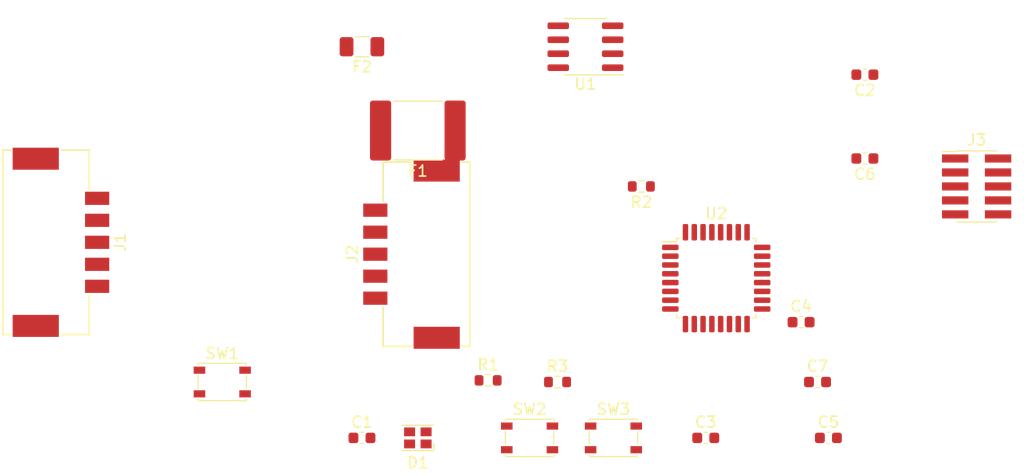
<source format=kicad_pcb>
(kicad_pcb (version 20211014) (generator pcbnew)
  (layers (0 "F.Cu" signal) (31 "B.Cu" signal) (34 "B.Paste" user) (35 "F.Paste" user) (36 "B.SilkS" user "B.Silkscreen") (37 "F.SilkS" user "F.Silkscreen") (38 "B.Mask" user) (39 "F.Mask" user) (44 "Edge.Cuts" user))
  (net 0 "")
  (net 1 "GND")
  (net 2 "+3V3")
  (net 3 "/RST")
  (net 4 "Net-(D1-Pad4)")
  (net 5 "Net-(D1-Pad3)")
  (net 6 "Net-(D1-Pad2)")
  (net 7 "Net-(F1-Pad2)")
  (net 8 "+12V")
  (net 9 "Net-(F2-Pad2)")
  (net 10 "/CAN/CANH")
  (net 11 "/CAN/CANL")
  (net 12 "Net-(J3-Pad6)")
  (net 13 "/LED_B")
  (net 14 "/LED_G")
  (net 15 "/LED_R")
  (net 16 "/DBG2")
  (net 17 "/DBG1")
  (net 18 "/CAN_TX")
  (net 19 "/CAN_RX")
  (net 20 "/NOGGIN/PA8")
  (net 21 "/NOGGIN/PB15")
  (net 22 "/NOGGIN/PB1")
  (net 23 "/NOGGIN/PB0")
  (net 24 "/NOGGIN/PA7")
  (net 25 "/NOGGIN/PA6")
  (net 26 "/NOGGIN/PA3")
  (net 27 "/NOGGIN/PA2")
  (net 28 "/NOGGIN/PA1")
  (net 29 "/NOGGIN/PA0")
  (net 30 "/NOGGIN/PA9(TX)")
  (net 31 "/NOGGIN/PA10(RX)")
  (net 32 "/NOGGIN/PA14-BOOT0(SWCLK)")
  (net 33 "/NOGGIN/PA13(SWDIO)")
  (net 34 "Net-(U1-Pad8)")
  (net 35 "Net-(U1-Pad5)")
  (net 36 "/NOGGIN/PB6")
  (net 37 "/NOGGIN/PD3")
  (net 38 "/NOGGIN/PD2")
  (net 39 "/NOGGIN/PA12")
  (net 40 "/NOGGIN/PA11")
  (net 41 "/NOGGIN/PA5")
  (net 42 "/NOGGIN/PA4")
  (footprint "Capacitor_SMD:C_0603_1608Metric" (layer "F.Cu") (at 134.62 109.22)
    (fp_text reference "C1" (at 0 -1.43) (layer "F.SilkS"))
    (fp_text value "100n")
    (fp_line (start -0.14058 -0.51) (end 0.14058 -0.51) (layer "F.SilkS") (width 0.12))
    (fp_line (start -0.14058 0.51) (end 0.14058 0.51) (layer "F.SilkS") (width 0.12))
    (pad "1" smd roundrect locked (at -0.775 0) (size 0.9 0.95) (layers "F.Cu" "F.Paste" "F.Mask") (net 2 "+3V3"))
    (pad "2" smd roundrect locked (at 0.775 0) (size 0.9 0.95) (layers "F.Cu" "F.Paste" "F.Mask") (net 1 "GND"))
  )
  (footprint "LED_SMD:LED_Cree-PLCC4_2x2mm_CW" (layer "F.Cu") (at 139.7 109.22 180)
    (fp_text reference "D1" (at 0 -2.25) (layer "F.SilkS"))
    (fp_text value "LED_ARGB")
    (fp_line (start -1.45 1.15) (end 1.45 1.15) (layer "F.SilkS") (width 0.12))
    (fp_line (start -1.45 -0.55) (end -1.45 -1.15) (layer "F.SilkS") (width 0.12))
    (fp_line (start -1.45 -1.15) (end 1.45 -1.15) (layer "F.SilkS") (width 0.12))
    (pad "1" smd rect locked (at -0.75 -0.55 180) (size 1 0.8) (layers "F.Cu" "F.Paste" "F.Mask") (net 2 "+3V3"))
    (pad "2" smd rect locked (at 0.75 -0.55 180) (size 1 0.8) (layers "F.Cu" "F.Paste" "F.Mask") (net 6 "Net-(D1-Pad2)"))
    (pad "3" smd rect locked (at 0.75 0.55 180) (size 1 0.8) (layers "F.Cu" "F.Paste" "F.Mask") (net 5 "Net-(D1-Pad3)"))
    (pad "4" smd rect locked (at -0.75 0.55 180) (size 1 0.8) (layers "F.Cu" "F.Paste" "F.Mask") (net 4 "Net-(D1-Pad4)"))
  )
  (footprint "Fuse:Fuse_2920_7451Metric" (layer "F.Cu") (at 139.7 81.28 180)
    (fp_text reference "F1" (at 0 -3.68) (layer "F.SilkS"))
    (fp_text value "5A")
    (fp_line (start -2.203752 2.67) (end 2.203752 2.67) (layer "F.SilkS") (width 0.12))
    (fp_line (start -2.203752 -2.67) (end 2.203752 -2.67) (layer "F.SilkS") (width 0.12))
    (pad "1" smd roundrect locked (at -3.3875 0 180) (size 1.925 5.45) (layers "F.Cu" "F.Paste" "F.Mask") (roundrect_rratio 0.12987) (net 8 "+12V"))
    (pad "2" smd roundrect locked (at 3.3875 0 180) (size 1.925 5.45) (layers "F.Cu" "F.Paste" "F.Mask") (roundrect_rratio 0.12987) (net 7 "Net-(F1-Pad2)"))
  )
  (footprint "Fuse:Fuse_1206_3216Metric" (layer "F.Cu") (at 134.62 73.66 180)
    (fp_text reference "F2" (at 0 -1.82) (layer "F.SilkS"))
    (fp_text value "1A")
    (fp_line (start -0.602064 0.91) (end 0.602064 0.91) (layer "F.SilkS") (width 0.12))
    (fp_line (start -0.602064 -0.91) (end 0.602064 -0.91) (layer "F.SilkS") (width 0.12))
    (pad "1" smd roundrect locked (at -1.4 0 180) (size 1.25 1.75) (layers "F.Cu" "F.Paste" "F.Mask") (roundrect_rratio 0.2) (net 2 "+3V3"))
    (pad "2" smd roundrect locked (at 1.4 0 180) (size 1.25 1.75) (layers "F.Cu" "F.Paste" "F.Mask") (roundrect_rratio 0.2) (net 9 "Net-(F2-Pad2)"))
  )
  (footprint "extraparts:Molex_DuraClik_Vert_5pin" (layer "F.Cu") (at 101.965 91.44 -90)
    (fp_text reference "J1" (at 0 -10.668 90) (layer "F.SilkS"))
    (fp_text value "CAN")
    (fp_line (start 4.826 -7.874) (end 8.382 -7.874) (layer "F.SilkS") (width 0.15))
    (fp_line (start 8.382 -7.874) (end 8.382 -5.334) (layer "F.SilkS") (width 0.15))
    (fp_line (start 8.382 0) (end 8.382 -0.762) (layer "F.SilkS") (width 0.15))
    (fp_line (start -8.382 -7.874) (end -8.382 -5.334) (layer "F.SilkS") (width 0.15))
    (fp_line (start -4.826 -7.874) (end -8.382 -7.874) (layer "F.SilkS") (width 0.15))
    (fp_line (start -8.382 0) (end 8.382 0) (layer "F.SilkS") (width 0.15))
    (fp_line (start -8.382 -0.762) (end -8.382 0) (layer "F.SilkS") (width 0.15))
    (pad "1" smd rect locked (at 4 -8.58 270) (size 1.2 2.2) (layers "F.Cu" "F.Paste" "F.Mask") (net 7 "Net-(F1-Pad2)"))
    (pad "2" smd rect locked (at 2 -8.58 270) (size 1.2 2.2) (layers "F.Cu" "F.Paste" "F.Mask") (net 9 "Net-(F2-Pad2)"))
    (pad "3" smd rect locked (at 0 -8.58 270) (size 1.2 2.2) (layers "F.Cu" "F.Paste" "F.Mask") (net 1 "GND"))
    (pad "4" smd rect locked (at -2 -8.58 270) (size 1.2 2.2) (layers "F.Cu" "F.Paste" "F.Mask") (net 10 "/CAN/CANH"))
    (pad "5" smd rect locked (at -4 -8.58 270) (size 1.2 2.2) (layers "F.Cu" "F.Paste" "F.Mask") (net 11 "/CAN/CANL"))
    (pad "MP" smd rect locked (at 7.6 -3 270) (size 2 4.2) (layers "F.Cu" "F.Paste" "F.Mask"))
    (pad "MP" smd rect locked (at -7.6 -3 270) (size 2 4.2) (layers "F.Cu" "F.Paste" "F.Mask"))
  )
  (footprint "extraparts:Molex_DuraClik_Vert_5pin" (layer "F.Cu") (at 144.415 92.519999 90)
    (fp_text reference "J2" (at 0 -10.668 90) (layer "F.SilkS"))
    (fp_text value "CAN")
    (fp_line (start 4.826 -7.874) (end 8.382 -7.874) (layer "F.SilkS") (width 0.15))
    (fp_line (start -8.382 -0.762) (end -8.382 0) (layer "F.SilkS") (width 0.15))
    (fp_line (start -8.382 0) (end 8.382 0) (layer "F.SilkS") (width 0.15))
    (fp_line (start -8.382 -7.874) (end -8.382 -5.334) (layer "F.SilkS") (width 0.15))
    (fp_line (start -4.826 -7.874) (end -8.382 -7.874) (layer "F.SilkS") (width 0.15))
    (fp_line (start 8.382 0) (end 8.382 -0.762) (layer "F.SilkS") (width 0.15))
    (fp_line (start 8.382 -7.874) (end 8.382 -5.334) (layer "F.SilkS") (width 0.15))
    (pad "1" smd rect locked (at 4 -8.58 90) (size 1.2 2.2) (layers "F.Cu" "F.Paste" "F.Mask") (net 7 "Net-(F1-Pad2)"))
    (pad "2" smd rect locked (at 2 -8.58 90) (size 1.2 2.2) (layers "F.Cu" "F.Paste" "F.Mask") (net 9 "Net-(F2-Pad2)"))
    (pad "3" smd rect locked (at 0 -8.58 90) (size 1.2 2.2) (layers "F.Cu" "F.Paste" "F.Mask") (net 1 "GND"))
    (pad "4" smd rect locked (at -2 -8.58 90) (size 1.2 2.2) (layers "F.Cu" "F.Paste" "F.Mask") (net 10 "/CAN/CANH"))
    (pad "5" smd rect locked (at -4 -8.58 90) (size 1.2 2.2) (layers "F.Cu" "F.Paste" "F.Mask") (net 11 "/CAN/CANL"))
    (pad "MP" smd rect locked (at 7.6 -3 90) (size 2 4.2) (layers "F.Cu" "F.Paste" "F.Mask"))
    (pad "MP" smd rect locked (at -7.6 -3 90) (size 2 4.2) (layers "F.Cu" "F.Paste" "F.Mask"))
  )
  (footprint "Resistor_SMD:R_0603_1608Metric" (layer "F.Cu") (at 146.09 103.99)
    (fp_text reference "R1" (at 0 -1.43) (layer "F.SilkS"))
    (fp_text value "47")
    (fp_line (start -0.237258 0.5225) (end 0.237258 0.5225) (layer "F.SilkS") (width 0.12))
    (fp_line (start -0.237258 -0.5225) (end 0.237258 -0.5225) (layer "F.SilkS") (width 0.12))
    (pad "1" smd roundrect locked (at -0.825 0) (size 0.8 0.95) (layers "F.Cu" "F.Paste" "F.Mask") (net 13 "/LED_B"))
    (pad "2" smd roundrect locked (at 0.825 0) (size 0.8 0.95) (layers "F.Cu" "F.Paste" "F.Mask") (net 4 "Net-(D1-Pad4)"))
  )
  (footprint "Resistor_SMD:R_0603_1608Metric" (layer "F.Cu") (at 160.02 86.36 180)
    (fp_text reference "R2" (at 0 -1.43) (layer "F.SilkS"))
    (fp_text value "47")
    (fp_line (start -0.237258 -0.5225) (end 0.237258 -0.5225) (layer "F.SilkS") (width 0.12))
    (fp_line (start -0.237258 0.5225) (end 0.237258 0.5225) (layer "F.SilkS") (width 0.12))
    (pad "1" smd roundrect locked (at -0.825 0 180) (size 0.8 0.95) (layers "F.Cu" "F.Paste" "F.Mask") (net 14 "/LED_G"))
    (pad "2" smd roundrect locked (at 0.825 0 180) (size 0.8 0.95) (layers "F.Cu" "F.Paste" "F.Mask") (net 5 "Net-(D1-Pad3)"))
  )
  (footprint "Resistor_SMD:R_0603_1608Metric" (layer "F.Cu") (at 152.4 104.14)
    (fp_text reference "R3" (at 0 -1.43) (layer "F.SilkS"))
    (fp_text value "47")
    (fp_line (start -0.237258 0.5225) (end 0.237258 0.5225) (layer "F.SilkS") (width 0.12))
    (fp_line (start -0.237258 -0.5225) (end 0.237258 -0.5225) (layer "F.SilkS") (width 0.12))
    (pad "1" smd roundrect locked (at -0.825 0) (size 0.8 0.95) (layers "F.Cu" "F.Paste" "F.Mask") (net 15 "/LED_R"))
    (pad "2" smd roundrect locked (at 0.825 0) (size 0.8 0.95) (layers "F.Cu" "F.Paste" "F.Mask") (net 6 "Net-(D1-Pad2)"))
  )
  (footprint "Button_Switch_SMD:SW_SPST_PTS810" (layer "F.Cu") (at 121.92 104.14)
    (fp_text reference "SW1" (at 0 -2.6) (layer "F.SilkS"))
    (fp_text value "DBG2")
    (fp_line (start 2.2 1.7) (end 2.2 1.58) (layer "F.SilkS") (width 0.12))
    (fp_line (start 2.2 -1.58) (end 2.2 -1.7) (layer "F.SilkS") (width 0.12))
    (fp_line (start -2.2 -0.57) (end -2.2 0.57) (layer "F.SilkS") (width 0.12))
    (fp_line (start -2.2 -1.7) (end -2.2 -1.58) (layer "F.SilkS") (width 0.12))
    (fp_line (start 2.2 0.57) (end 2.2 -0.57) (layer "F.SilkS") (width 0.12))
    (fp_line (start 2.2 -1.7) (end -2.2 -1.7) (layer "F.SilkS") (width 0.12))
    (fp_line (start -2.2 1.7) (end 2.2 1.7) (layer "F.SilkS") (width 0.12))
    (fp_line (start -2.2 1.58) (end -2.2 1.7) (layer "F.SilkS") (width 0.12))
    (pad "1" smd rect locked (at 2.075 -1.075) (size 1.05 0.65) (layers "F.Cu" "F.Paste" "F.Mask") (net 16 "/DBG2"))
    (pad "1" smd rect locked (at -2.075 -1.075) (size 1.05 0.65) (layers "F.Cu" "F.Paste" "F.Mask") (net 16 "/DBG2"))
    (pad "2" smd rect locked (at 2.075 1.075) (size 1.05 0.65) (layers "F.Cu" "F.Paste" "F.Mask") (net 1 "GND"))
    (pad "2" smd rect locked (at -2.075 1.075) (size 1.05 0.65) (layers "F.Cu" "F.Paste" "F.Mask") (net 1 "GND"))
  )
  (footprint "Button_Switch_SMD:SW_SPST_PTS810" (layer "F.Cu") (at 149.86 109.22)
    (fp_text reference "SW2" (at 0 -2.6) (layer "F.SilkS"))
    (fp_text value "DBG1")
    (fp_line (start 2.2 1.7) (end 2.2 1.58) (layer "F.SilkS") (width 0.12))
    (fp_line (start 2.2 0.57) (end 2.2 -0.57) (layer "F.SilkS") (width 0.12))
    (fp_line (start 2.2 -1.58) (end 2.2 -1.7) (layer "F.SilkS") (width 0.12))
    (fp_line (start -2.2 -1.7) (end -2.2 -1.58) (layer "F.SilkS") (width 0.12))
    (fp_line (start -2.2 1.58) (end -2.2 1.7) (layer "F.SilkS") (width 0.12))
    (fp_line (start -2.2 -0.57) (end -2.2 0.57) (layer "F.SilkS") (width 0.12))
    (fp_line (start 2.2 -1.7) (end -2.2 -1.7) (layer "F.SilkS") (width 0.12))
    (fp_line (start -2.2 1.7) (end 2.2 1.7) (layer "F.SilkS") (width 0.12))
    (pad "1" smd rect locked (at -2.075 -1.075) (size 1.05 0.65) (layers "F.Cu" "F.Paste" "F.Mask") (net 17 "/DBG1"))
    (pad "1" smd rect locked (at 2.075 -1.075) (size 1.05 0.65) (layers "F.Cu" "F.Paste" "F.Mask") (net 17 "/DBG1"))
    (pad "2" smd rect locked (at 2.075 1.075) (size 1.05 0.65) (layers "F.Cu" "F.Paste" "F.Mask") (net 1 "GND"))
    (pad "2" smd rect locked (at -2.075 1.075) (size 1.05 0.65) (layers "F.Cu" "F.Paste" "F.Mask") (net 1 "GND"))
  )
  (footprint "Button_Switch_SMD:SW_SPST_PTS810" (layer "F.Cu") (at 157.48 109.22)
    (fp_text reference "SW3" (at 0 -2.6) (layer "F.SilkS"))
    (fp_text value "RST")
    (fp_line (start 2.2 -1.58) (end 2.2 -1.7) (layer "F.SilkS") (width 0.12))
    (fp_line (start -2.2 1.7) (end 2.2 1.7) (layer "F.SilkS") (width 0.12))
    (fp_line (start 2.2 0.57) (end 2.2 -0.57) (layer "F.SilkS") (width 0.12))
    (fp_line (start -2.2 -1.7) (end -2.2 -1.58) (layer "F.SilkS") (width 0.12))
    (fp_line (start -2.2 1.58) (end -2.2 1.7) (layer "F.SilkS") (width 0.12))
    (fp_line (start 2.2 1.7) (end 2.2 1.58) (layer "F.SilkS") (width 0.12))
    (fp_line (start -2.2 -0.57) (end -2.2 0.57) (layer "F.SilkS") (width 0.12))
    (fp_line (start 2.2 -1.7) (end -2.2 -1.7) (layer "F.SilkS") (width 0.12))
    (pad "1" smd rect locked (at 2.075 -1.075) (size 1.05 0.65) (layers "F.Cu" "F.Paste" "F.Mask") (net 3 "/RST"))
    (pad "1" smd rect locked (at -2.075 -1.075) (size 1.05 0.65) (layers "F.Cu" "F.Paste" "F.Mask") (net 3 "/RST"))
    (pad "2" smd rect locked (at 2.075 1.075) (size 1.05 0.65) (layers "F.Cu" "F.Paste" "F.Mask") (net 1 "GND"))
    (pad "2" smd rect locked (at -2.075 1.075) (size 1.05 0.65) (layers "F.Cu" "F.Paste" "F.Mask") (net 1 "GND"))
  )
  (footprint "Package_SO:SOIC-8_3.9x4.9mm_P1.27mm" (layer "F.Cu") (at 154.94 73.66 180)
    (fp_text reference "U1" (at 0 -3.4) (layer "F.SilkS"))
    (fp_text value "TCAN330G")
    (fp_line (start 0 2.56) (end -1.95 2.56) (layer "F.SilkS") (width 0.12))
    (fp_line (start 0 2.56) (end 1.95 2.56) (layer "F.SilkS") (width 0.12))
    (fp_line (start 0 -2.56) (end -3.45 -2.56) (layer "F.SilkS") (width 0.12))
    (fp_line (start 0 -2.56) (end 1.95 -2.56) (layer "F.SilkS") (width 0.12))
    (pad "1" smd roundrect locked (at -2.475 -1.905 180) (size 1.95 0.6) (layers "F.Cu" "F.Paste" "F.Mask") (net 18 "/CAN_TX"))
    (pad "2" smd roundrect locked (at -2.475 -0.635 180) (size 1.95 0.6) (layers "F.Cu" "F.Paste" "F.Mask") (net 1 "GND"))
    (pad "3" smd roundrect locked (at -2.475 0.635 180) (size 1.95 0.6) (layers "F.Cu" "F.Paste" "F.Mask") (net 2 "+3V3"))
    (pad "4" smd roundrect locked (at -2.475 1.905 180) (size 1.95 0.6) (layers "F.Cu" "F.Paste" "F.Mask") (net 19 "/CAN_RX"))
    (pad "5" smd roundrect locked (at 2.475 1.905 180) (size 1.95 0.6) (layers "F.Cu" "F.Paste" "F.Mask") (net 35 "Net-(U1-Pad5)"))
    (pad "6" smd roundrect locked (at 2.475 0.635 180) (size 1.95 0.6) (layers "F.Cu" "F.Paste" "F.Mask") (net 11 "/CAN/CANL"))
    (pad "7" smd roundrect locked (at 2.475 -0.635 180) (size 1.95 0.6) (layers "F.Cu" "F.Paste" "F.Mask") (net 10 "/CAN/CANH"))
    (pad "8" smd roundrect locked (at 2.475 -1.905 180) (size 1.95 0.6) (layers "F.Cu" "F.Paste" "F.Mask") (net 34 "Net-(U1-Pad8)"))
  )
  (footprint "Capacitor_SMD:C_0603_1608Metric" (layer "F.Cu") (at 180.34 76.2 180)
    (fp_text reference "C2" (at 0 -1.43) (layer "F.SilkS"))
    (fp_text value "4.7u")
    (fp_line (start -0.14058 -0.51) (end 0.14058 -0.51) (layer "F.SilkS") (width 0.12))
    (fp_line (start -0.14058 0.51) (end 0.14058 0.51) (layer "F.SilkS") (width 0.12))
    (pad "1" smd roundrect locked (at -0.775 0 180) (size 0.9 0.95) (layers "F.Cu" "F.Paste" "F.Mask") (net 2 "+3V3"))
    (pad "2" smd roundrect locked (at 0.775 0 180) (size 0.9 0.95) (layers "F.Cu" "F.Paste" "F.Mask") (net 1 "GND"))
  )
  (footprint "Capacitor_SMD:C_0603_1608Metric" (layer "F.Cu") (at 165.875 109.22)
    (fp_text reference "C3" (at 0 -1.43) (layer "F.SilkS"))
    (fp_text value "100n")
    (fp_line (start -0.14058 0.51) (end 0.14058 0.51) (layer "F.SilkS") (width 0.12))
    (fp_line (start -0.14058 -0.51) (end 0.14058 -0.51) (layer "F.SilkS") (width 0.12))
    (pad "1" smd roundrect locked (at -0.775 0) (size 0.9 0.95) (layers "F.Cu" "F.Paste" "F.Mask") (net 3 "/RST"))
    (pad "2" smd roundrect locked (at 0.775 0) (size 0.9 0.95) (layers "F.Cu" "F.Paste" "F.Mask") (net 1 "GND"))
  )
  (footprint "Capacitor_SMD:C_0603_1608Metric" (layer "F.Cu") (at 174.54 98.7)
    (fp_text reference "C4" (at 0 -1.43) (layer "F.SilkS"))
    (fp_text value "100n")
    (fp_line (start -0.14058 0.51) (end 0.14058 0.51) (layer "F.SilkS") (width 0.12))
    (fp_line (start -0.14058 -0.51) (end 0.14058 -0.51) (layer "F.SilkS") (width 0.12))
    (pad "1" smd roundrect locked (at -0.775 0) (size 0.9 0.95) (layers "F.Cu" "F.Paste" "F.Mask") (net 2 "+3V3"))
    (pad "2" smd roundrect locked (at 0.775 0) (size 0.9 0.95) (layers "F.Cu" "F.Paste" "F.Mask") (net 1 "GND"))
  )
  (footprint "Capacitor_SMD:C_0603_1608Metric" (layer "F.Cu") (at 177.025 109.22)
    (fp_text reference "C5" (at 0 -1.43) (layer "F.SilkS"))
    (fp_text value "4.7u")
    (fp_line (start -0.14058 0.51) (end 0.14058 0.51) (layer "F.SilkS") (width 0.12))
    (fp_line (start -0.14058 -0.51) (end 0.14058 -0.51) (layer "F.SilkS") (width 0.12))
    (pad "1" smd roundrect locked (at -0.775 0) (size 0.9 0.95) (layers "F.Cu" "F.Paste" "F.Mask") (net 2 "+3V3"))
    (pad "2" smd roundrect locked (at 0.775 0) (size 0.9 0.95) (layers "F.Cu" "F.Paste" "F.Mask") (net 1 "GND"))
  )
  (footprint "Capacitor_SMD:C_0603_1608Metric" (layer "F.Cu") (at 180.34 83.82 180)
    (fp_text reference "C6" (at 0 -1.43) (layer "F.SilkS"))
    (fp_text value "100n")
    (fp_line (start -0.14058 0.51) (end 0.14058 0.51) (layer "F.SilkS") (width 0.12))
    (fp_line (start -0.14058 -0.51) (end 0.14058 -0.51) (layer "F.SilkS") (width 0.12))
    (pad "1" smd roundrect locked (at -0.775 0 180) (size 0.9 0.95) (layers "F.Cu" "F.Paste" "F.Mask") (net 2 "+3V3"))
    (pad "2" smd roundrect locked (at 0.775 0 180) (size 0.9 0.95) (layers "F.Cu" "F.Paste" "F.Mask") (net 1 "GND"))
  )
  (footprint "Capacitor_SMD:C_0603_1608Metric" (layer "F.Cu") (at 176.035 104.14)
    (fp_text reference "C7" (at 0 -1.43) (layer "F.SilkS"))
    (fp_text value "4.7u")
    (fp_line (start -0.14058 0.51) (end 0.14058 0.51) (layer "F.SilkS") (width 0.12))
    (fp_line (start -0.14058 -0.51) (end 0.14058 -0.51) (layer "F.SilkS") (width 0.12))
    (pad "1" smd roundrect locked (at -0.775 0) (size 0.9 0.95) (layers "F.Cu" "F.Paste" "F.Mask") (net 2 "+3V3"))
    (pad "2" smd roundrect locked (at 0.775 0) (size 0.9 0.95) (layers "F.Cu" "F.Paste" "F.Mask") (net 1 "GND"))
  )
  (footprint "Connector_PinHeader_1.27mm:PinHeader_2x05_P1.27mm_Vertical_SMD" (layer "F.Cu") (at 190.5 86.36)
    (fp_text reference "J3" (at 0 -4.235) (layer "F.SilkS"))
    (fp_text value "SWD_UART")
    (fp_line (start -1.765 3.17) (end -1.765 3.235) (layer "F.SilkS") (width 0.12))
    (fp_line (start -3.09 -3.17) (end -1.765 -3.17) (layer "F.SilkS") (width 0.12))
    (fp_line (start 1.765 3.17) (end 1.765 3.235) (layer "F.SilkS") (width 0.12))
    (fp_line (start 1.765 -3.235) (end 1.765 -3.17) (layer "F.SilkS") (width 0.12))
    (fp_line (start -1.765 -3.235) (end -1.765 -3.17) (layer "F.SilkS") (width 0.12))
    (fp_line (start -1.765 -3.235) (end 1.765 -3.235) (layer "F.SilkS") (width 0.12))
    (fp_line (start -1.765 3.235) (end 1.765 3.235) (layer "F.SilkS") (width 0.12))
    (pad "1" smd rect locked (at -1.95 -2.54) (size 2.4 0.74) (layers "F.Cu" "F.Paste" "F.Mask") (net 2 "+3V3"))
    (pad "2" smd rect locked (at 1.95 -2.54) (size 2.4 0.74) (layers "F.Cu" "F.Paste" "F.Mask") (net 33 "/NOGGIN/PA13(SWDIO)"))
    (pad "3" smd rect locked (at -1.95 -1.27) (size 2.4 0.74) (layers "F.Cu" "F.Paste" "F.Mask") (net 1 "GND"))
    (pad "4" smd rect locked (at 1.95 -1.27) (size 2.4 0.74) (layers "F.Cu" "F.Paste" "F.Mask") (net 32 "/NOGGIN/PA14-BOOT0(SWCLK)"))
    (pad "5" smd rect locked (at -1.95 0) (size 2.4 0.74) (layers "F.Cu" "F.Paste" "F.Mask") (net 1 "GND"))
    (pad "6" smd rect locked (at 1.95 0) (size 2.4 0.74) (layers "F.Cu" "F.Paste" "F.Mask") (net 12 "Net-(J3-Pad6)"))
    (pad "7" smd rect locked (at -1.95 1.27) (size 2.4 0.74) (layers "F.Cu" "F.Paste" "F.Mask") (net 31 "/NOGGIN/PA10(RX)"))
    (pad "8" smd rect locked (at 1.95 1.27) (size 2.4 0.74) (layers "F.Cu" "F.Paste" "F.Mask") (net 30 "/NOGGIN/PA9(TX)"))
    (pad "9" smd rect locked (at -1.95 2.54) (size 2.4 0.74) (layers "F.Cu" "F.Paste" "F.Mask") (net 1 "GND"))
    (pad "10" smd rect locked (at 1.95 2.54) (size 2.4 0.74) (layers "F.Cu" "F.Paste" "F.Mask") (net 3 "/RST"))
  )
  (footprint "Package_QFP:LQFP-32_7x7mm_P0.8mm" (layer "F.Cu") (at 166.83 94.7)
    (fp_text reference "U2" (at 0 -5.88) (layer "F.SilkS"))
    (fp_text value "STM32G0B1KxTxN")
    (fp_line (start 3.31 3.61) (end 3.61 3.61) (layer "F.SilkS") (width 0.12))
    (fp_line (start 3.31 -3.61) (end 3.61 -3.61) (layer "F.SilkS") (width 0.12))
    (fp_line (start -3.31 -3.61) (end -3.61 -3.61) (layer "F.SilkS") (width 0.12))
    (fp_line (start 3.61 3.61) (end 3.61 3.31) (layer "F.SilkS") (width 0.12))
    (fp_line (start -3.61 3.61) (end -3.61 3.31) (layer "F.SilkS") (width 0.12))
    (fp_line (start -3.61 -3.31) (end -4.925 -3.31) (layer "F.SilkS") (width 0.12))
    (fp_line (start -3.61 -3.61) (end -3.61 -3.31) (layer "F.SilkS") (width 0.12))
    (fp_line (start 3.61 -3.61) (end 3.61 -3.31) (layer "F.SilkS") (width 0.12))
    (fp_line (start -3.31 3.61) (end -3.61 3.61) (layer "F.SilkS") (width 0.12))
    (pad "1" smd roundrect locked (at -4.175 -2.8) (size 1.5 0.5) (layers "F.Cu" "F.Paste" "F.Mask") (net 13 "/LED_B"))
    (pad "2" smd roundrect locked (at -4.175 -2) (size 1.5 0.5) (layers "F.Cu" "F.Paste" "F.Mask") (net 17 "/DBG1"))
    (pad "3" smd roundrect locked (at -4.175 -1.2) (size 1.5 0.5) (layers "F.Cu" "F.Paste" "F.Mask") (net 16 "/DBG2"))
    (pad "4" smd roundrect locked (at -4.175 -0.4) (size 1.5 0.5) (layers "F.Cu" "F.Paste" "F.Mask") (net 2 "+3V3"))
    (pad "5" smd roundrect locked (at -4.175 0.4) (size 1.5 0.5) (layers "F.Cu" "F.Paste" "F.Mask") (net 1 "GND"))
    (pad "6" smd roundrect locked (at -4.175 1.2) (size 1.5 0.5) (layers "F.Cu" "F.Paste" "F.Mask") (net 3 "/RST"))
    (pad "7" smd roundrect locked (at -4.175 2) (size 1.5 0.5) (layers "F.Cu" "F.Paste" "F.Mask") (net 29 "/NOGGIN/PA0"))
    (pad "8" smd roundrect locked (at -4.175 2.8) (size 1.5 0.5) (layers "F.Cu" "F.Paste" "F.Mask") (net 28 "/NOGGIN/PA1"))
    (pad "9" smd roundrect locked (at -2.8 4.175) (size 0.5 1.5) (layers "F.Cu" "F.Paste" "F.Mask") (net 27 "/NOGGIN/PA2"))
    (pad "10" smd roundrect locked (at -2 4.175) (size 0.5 1.5) (layers "F.Cu" "F.Paste" "F.Mask") (net 26 "/NOGGIN/PA3"))
    (pad "11" smd roundrect locked (at -1.2 4.175) (size 0.5 1.5) (layers "F.Cu" "F.Paste" "F.Mask") (net 42 "/NOGGIN/PA4"))
    (pad "12" smd roundrect locked (at -0.4 4.175) (size 0.5 1.5) (layers "F.Cu" "F.Paste" "F.Mask") (net 41 "/NOGGIN/PA5"))
    (pad "13" smd roundrect locked (at 0.4 4.175) (size 0.5 1.5) (layers "F.Cu" "F.Paste" "F.Mask") (net 25 "/NOGGIN/PA6"))
    (pad "14" smd roundrect locked (at 1.2 4.175) (size 0.5 1.5) (layers "F.Cu" "F.Paste" "F.Mask") (net 24 "/NOGGIN/PA7"))
    (pad "15" smd roundrect locked (at 2 4.175) (size 0.5 1.5) (layers "F.Cu" "F.Paste" "F.Mask") (net 23 "/NOGGIN/PB0"))
    (pad "16" smd roundrect locked (at 2.8 4.175) (size 0.5 1.5) (layers "F.Cu" "F.Paste" "F.Mask") (net 22 "/NOGGIN/PB1"))
    (pad "17" smd roundrect locked (at 4.175 2.8) (size 1.5 0.5) (layers "F.Cu" "F.Paste" "F.Mask") (net 21 "/NOGGIN/PB15"))
    (pad "18" smd roundrect locked (at 4.175 2) (size 1.5 0.5) (layers "F.Cu" "F.Paste" "F.Mask") (net 20 "/NOGGIN/PA8"))
    (pad "19" smd roundrect locked (at 4.175 1.2) (size 1.5 0.5) (layers "F.Cu" "F.Paste" "F.Mask") (net 30 "/NOGGIN/PA9(TX)"))
    (pad "20" smd roundrect locked (at 4.175 0.4) (size 1.5 0.5) (layers "F.Cu" "F.Paste" "F.Mask") (net 2 "+3V3"))
    (pad "21" smd roundrect locked (at 4.175 -0.4) (size 1.5 0.5) (layers "F.Cu" "F.Paste" "F.Mask") (net 31 "/NOGGIN/PA10(RX)"))
    (pad "22" smd roundrect locked (at 4.175 -1.2) (size 1.5 0.5) (layers "F.Cu" "F.Paste" "F.Mask") (net 40 "/NOGGIN/PA11"))
    (pad "23" smd roundrect locked (at 4.175 -2) (size 1.5 0.5) (layers "F.Cu" "F.Paste" "F.Mask") (net 39 "/NOGGIN/PA12"))
    (pad "24" smd roundrect locked (at 4.175 -2.8) (size 1.5 0.5) (layers "F.Cu" "F.Paste" "F.Mask") (net 33 "/NOGGIN/PA13(SWDIO)"))
    (pad "25" smd roundrect locked (at 2.8 -4.175) (size 0.5 1.5) (layers "F.Cu" "F.Paste" "F.Mask") (net 32 "/NOGGIN/PA14-BOOT0(SWCLK)"))
    (pad "26" smd roundrect locked (at 2 -4.175) (size 0.5 1.5) (layers "F.Cu" "F.Paste" "F.Mask") (net 19 "/CAN_RX"))
    (pad "27" smd roundrect locked (at 1.2 -4.175) (size 0.5 1.5) (layers "F.Cu" "F.Paste" "F.Mask") (net 18 "/CAN_TX"))
    (pad "28" smd roundrect locked (at 0.4 -4.175) (size 0.5 1.5) (layers "F.Cu" "F.Paste" "F.Mask") (net 38 "/NOGGIN/PD2"))
    (pad "29" smd roundrect locked (at -0.4 -4.175) (size 0.5 1.5) (layers "F.Cu" "F.Paste" "F.Mask") (net 37 "/NOGGIN/PD3"))
    (pad "30" smd roundrect locked (at -1.2 -4.175) (size 0.5 1.5) (layers "F.Cu" "F.Paste" "F.Mask") (net 36 "/NOGGIN/PB6"))
    (pad "31" smd roundrect locked (at -2 -4.175) (size 0.5 1.5) (layers "F.Cu" "F.Paste" "F.Mask") (net 15 "/LED_R"))
    (pad "32" smd roundrect locked (at -2.8 -4.175) (size 0.5 1.5) (layers "F.Cu" "F.Paste" "F.Mask") (net 14 "/LED_G"))
  )
)
</source>
